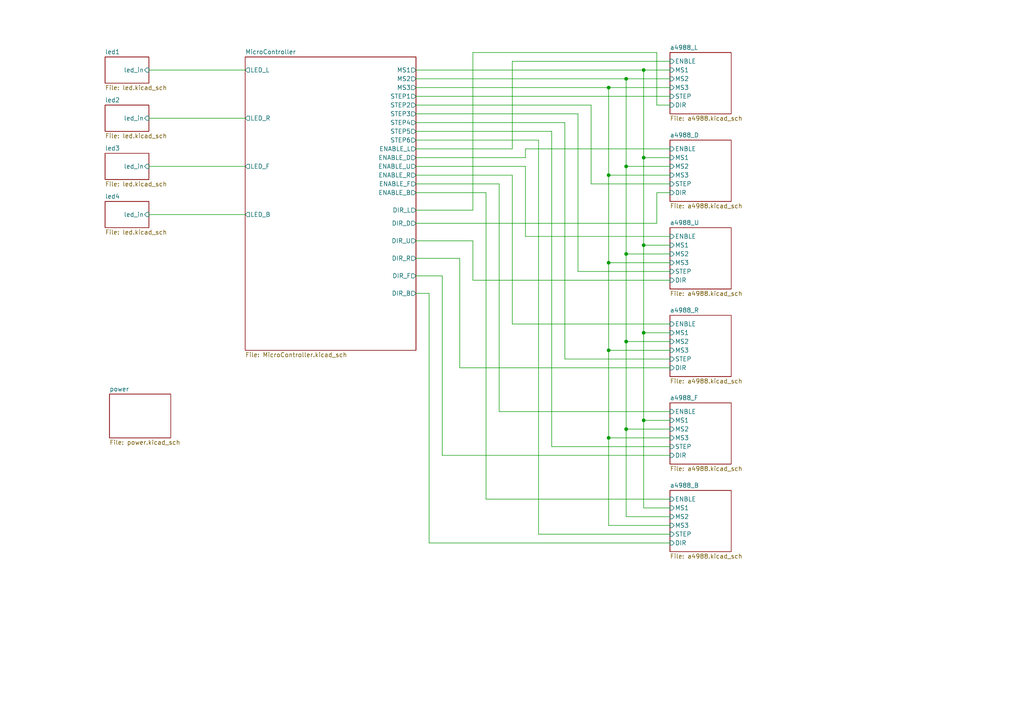
<source format=kicad_sch>
(kicad_sch (version 20211123) (generator eeschema)
  (paper "A4")
  (lib_symbols)
  (junction (at 176.53 101.6))
  (junction (at 176.53 76.2))
  (junction (at 181.61 22.86))
  (junction (at 176.53 25.4))
  (junction (at 186.69 20.32))
  (junction (at 181.61 73.66))
  (junction (at 176.53 127))
  (junction (at 176.53 50.8))
  (junction (at 186.69 71.12))
  (junction (at 181.61 99.06))
  (junction (at 186.69 121.92))
  (junction (at 186.69 45.72))
  (junction (at 181.61 124.46))
  (junction (at 186.69 96.52))
  (junction (at 181.61 48.26))
  (wire (pts (xy 156.21 40.64) (xy 156.21 154.94)))
  (wire (pts (xy 181.61 48.26) (xy 181.61 22.86)))
  (wire (pts (xy 194.31 22.86) (xy 181.61 22.86)))
  (wire (pts (xy 176.53 50.8) (xy 176.53 25.4)))
  (wire (pts (xy 120.65 20.32) (xy 186.69 20.32)))
  (wire (pts (xy 148.59 93.98) (xy 194.31 93.98)))
  (wire (pts (xy 186.69 45.72) (xy 186.69 20.32)))
  (wire (pts (xy 194.31 124.46) (xy 181.61 124.46)))
  (wire (pts (xy 167.64 78.74) (xy 194.31 78.74)))
  (wire (pts (xy 186.69 20.32) (xy 194.31 20.32)))
  (wire (pts (xy 194.31 45.72) (xy 186.69 45.72)))
  (wire (pts (xy 160.02 38.1) (xy 160.02 129.54)))
  (wire (pts (xy 133.35 74.93) (xy 133.35 106.68)))
  (wire (pts (xy 194.31 50.8) (xy 176.53 50.8)))
  (wire (pts (xy 194.31 121.92) (xy 186.69 121.92)))
  (wire (pts (xy 181.61 73.66) (xy 181.61 99.06)))
  (wire (pts (xy 120.65 25.4) (xy 176.53 25.4)))
  (wire (pts (xy 43.18 20.32) (xy 71.12 20.32)))
  (wire (pts (xy 194.31 149.86) (xy 181.61 149.86)))
  (wire (pts (xy 171.45 53.34) (xy 194.31 53.34)))
  (wire (pts (xy 120.65 60.96) (xy 137.16 60.96)))
  (wire (pts (xy 140.97 55.88) (xy 140.97 144.78)))
  (wire (pts (xy 181.61 73.66) (xy 181.61 48.26)))
  (wire (pts (xy 194.31 76.2) (xy 176.53 76.2)))
  (wire (pts (xy 186.69 96.52) (xy 186.69 71.12)))
  (wire (pts (xy 194.31 48.26) (xy 181.61 48.26)))
  (wire (pts (xy 176.53 101.6) (xy 176.53 76.2)))
  (wire (pts (xy 181.61 99.06) (xy 194.31 99.06)))
  (wire (pts (xy 120.65 80.01) (xy 128.27 80.01)))
  (wire (pts (xy 190.5 55.88) (xy 190.5 64.77)))
  (wire (pts (xy 163.83 35.56) (xy 163.83 104.14)))
  (wire (pts (xy 120.65 48.26) (xy 152.4 48.26)))
  (wire (pts (xy 43.18 48.26) (xy 71.12 48.26)))
  (wire (pts (xy 152.4 45.72) (xy 152.4 43.18)))
  (wire (pts (xy 120.65 64.77) (xy 190.5 64.77)))
  (wire (pts (xy 43.18 34.29) (xy 71.12 34.29)))
  (wire (pts (xy 148.59 17.78) (xy 194.31 17.78)))
  (wire (pts (xy 148.59 50.8) (xy 148.59 93.98)))
  (wire (pts (xy 128.27 132.08) (xy 194.31 132.08)))
  (wire (pts (xy 144.78 119.38) (xy 194.31 119.38)))
  (wire (pts (xy 152.4 43.18) (xy 194.31 43.18)))
  (wire (pts (xy 176.53 127) (xy 176.53 101.6)))
  (wire (pts (xy 137.16 69.85) (xy 137.16 81.28)))
  (wire (pts (xy 144.78 53.34) (xy 144.78 119.38)))
  (wire (pts (xy 120.65 38.1) (xy 160.02 38.1)))
  (wire (pts (xy 133.35 106.68) (xy 194.31 106.68)))
  (wire (pts (xy 190.5 30.48) (xy 190.5 15.24)))
  (wire (pts (xy 176.53 76.2) (xy 176.53 50.8)))
  (wire (pts (xy 176.53 25.4) (xy 194.31 25.4)))
  (wire (pts (xy 43.18 62.23) (xy 71.12 62.23)))
  (wire (pts (xy 124.46 157.48) (xy 194.31 157.48)))
  (wire (pts (xy 120.65 69.85) (xy 137.16 69.85)))
  (wire (pts (xy 194.31 30.48) (xy 190.5 30.48)))
  (wire (pts (xy 194.31 152.4) (xy 176.53 152.4)))
  (wire (pts (xy 156.21 154.94) (xy 194.31 154.94)))
  (wire (pts (xy 186.69 71.12) (xy 186.69 45.72)))
  (wire (pts (xy 120.65 22.86) (xy 181.61 22.86)))
  (wire (pts (xy 186.69 121.92) (xy 186.69 96.52)))
  (wire (pts (xy 194.31 55.88) (xy 190.5 55.88)))
  (wire (pts (xy 148.59 43.18) (xy 148.59 17.78)))
  (wire (pts (xy 137.16 15.24) (xy 137.16 60.96)))
  (wire (pts (xy 120.65 85.09) (xy 124.46 85.09)))
  (wire (pts (xy 120.65 40.64) (xy 156.21 40.64)))
  (wire (pts (xy 120.65 33.02) (xy 167.64 33.02)))
  (wire (pts (xy 128.27 80.01) (xy 128.27 132.08)))
  (wire (pts (xy 140.97 144.78) (xy 194.31 144.78)))
  (wire (pts (xy 167.64 33.02) (xy 167.64 78.74)))
  (wire (pts (xy 120.65 27.94) (xy 194.31 27.94)))
  (wire (pts (xy 176.53 127) (xy 194.31 127)))
  (wire (pts (xy 120.65 74.93) (xy 133.35 74.93)))
  (wire (pts (xy 171.45 30.48) (xy 171.45 53.34)))
  (wire (pts (xy 194.31 73.66) (xy 181.61 73.66)))
  (wire (pts (xy 120.65 50.8) (xy 148.59 50.8)))
  (wire (pts (xy 190.5 15.24) (xy 137.16 15.24)))
  (wire (pts (xy 152.4 68.58) (xy 194.31 68.58)))
  (wire (pts (xy 124.46 85.09) (xy 124.46 157.48)))
  (wire (pts (xy 120.65 43.18) (xy 148.59 43.18)))
  (wire (pts (xy 181.61 149.86) (xy 181.61 124.46)))
  (wire (pts (xy 194.31 71.12) (xy 186.69 71.12)))
  (wire (pts (xy 181.61 124.46) (xy 181.61 99.06)))
  (wire (pts (xy 120.65 55.88) (xy 140.97 55.88)))
  (wire (pts (xy 152.4 48.26) (xy 152.4 68.58)))
  (wire (pts (xy 186.69 147.32) (xy 186.69 121.92)))
  (wire (pts (xy 120.65 30.48) (xy 171.45 30.48)))
  (wire (pts (xy 163.83 104.14) (xy 194.31 104.14)))
  (wire (pts (xy 176.53 152.4) (xy 176.53 127)))
  (wire (pts (xy 120.65 45.72) (xy 152.4 45.72)))
  (wire (pts (xy 137.16 81.28) (xy 194.31 81.28)))
  (wire (pts (xy 194.31 147.32) (xy 186.69 147.32)))
  (wire (pts (xy 160.02 129.54) (xy 194.31 129.54)))
  (wire (pts (xy 194.31 96.52) (xy 186.69 96.52)))
  (wire (pts (xy 194.31 101.6) (xy 176.53 101.6)))
  (wire (pts (xy 120.65 53.34) (xy 144.78 53.34)))
  (wire (pts (xy 120.65 35.56) (xy 163.83 35.56)))
  (sheet (at 194.31 66.04) (size 17.78 17.78) (stroke (width 0.1524))
    (property "Sheet name" "a4988_U" (at 194.31 65.3284 0) (effects (justify left bottom)))
    (property "Sheet file" "a4988.kicad_sch" (at 194.31 84.4046 0) (effects (justify left top)))
    (pin "ENBLE" input (at 194.31 68.58 180))
    (pin "MS1" input (at 194.31 71.12 180))
    (pin "MS2" input (at 194.31 73.66 180))
    (pin "MS3" input (at 194.31 76.2 180))
    (pin "STEP" input (at 194.31 78.74 180))
    (pin "DIR" input (at 194.31 81.28 180))
  )
  (sheet (at 194.31 142.24) (size 17.78 17.78) (stroke (width 0.1524))
    (property "Sheet name" "a4988_B" (at 194.31 141.5284 0) (effects (justify left bottom)))
    (property "Sheet file" "a4988.kicad_sch" (at 194.31 160.6046 0) (effects (justify left top)))
    (pin "ENBLE" input (at 194.31 144.78 180))
    (pin "MS1" input (at 194.31 147.32 180))
    (pin "MS2" input (at 194.31 149.86 180))
    (pin "MS3" input (at 194.31 152.4 180))
    (pin "STEP" input (at 194.31 154.94 180))
    (pin "DIR" input (at 194.31 157.48 180))
  )
  (sheet (at 194.31 15.24) (size 17.78 17.78) (stroke (width 0.1524))
    (property "Sheet name" "a4988_L" (at 194.31 14.5284 0) (effects (justify left bottom)))
    (property "Sheet file" "a4988.kicad_sch" (at 194.31 33.6046 0) (effects (justify left top)))
    (pin "ENBLE" input (at 194.31 17.78 180))
    (pin "MS1" input (at 194.31 20.32 180))
    (pin "MS2" input (at 194.31 22.86 180))
    (pin "MS3" input (at 194.31 25.4 180))
    (pin "STEP" input (at 194.31 27.94 180))
    (pin "DIR" input (at 194.31 30.48 180))
  )
  (sheet (at 194.31 91.44) (size 17.78 17.78) (stroke (width 0.1524))
    (property "Sheet name" "a4988_R" (at 194.31 90.7284 0) (effects (justify left bottom)))
    (property "Sheet file" "a4988.kicad_sch" (at 194.31 109.8046 0) (effects (justify left top)))
    (pin "ENBLE" input (at 194.31 93.98 180))
    (pin "MS1" input (at 194.31 96.52 180))
    (pin "MS2" input (at 194.31 99.06 180))
    (pin "MS3" input (at 194.31 101.6 180))
    (pin "STEP" input (at 194.31 104.14 180))
    (pin "DIR" input (at 194.31 106.68 180))
  )
  (sheet (at 30.48 30.48) (size 12.7 7.62) (stroke (width 0.1524))
    (property "Sheet name" "led2" (at 30.48 29.7684 0) (effects (justify left bottom)))
    (property "Sheet file" "led.kicad_sch" (at 30.48 38.6846 0) (effects (justify left top)))
    (pin "led_in" input (at 43.18 34.29 0))
  )
  (sheet (at 71.12 16.51) (size 49.53 85.09) (stroke (width 0.1524))
    (property "Sheet name" "MicroController" (at 71.12 15.7984 0) (effects (justify left bottom)))
    (property "Sheet file" "MicroController.kicad_sch" (at 71.12 102.1846 0) (effects (justify left top)))
    (pin "MS1" output (at 120.65 20.32 0))
    (pin "MS2" output (at 120.65 22.86 0))
    (pin "MS3" output (at 120.65 25.4 0))
    (pin "STEP1" output (at 120.65 27.94 0))
    (pin "STEP6" output (at 120.65 40.64 0))
    (pin "STEP2" output (at 120.65 30.48 0))
    (pin "STEP3" output (at 120.65 33.02 0))
    (pin "STEP4" output (at 120.65 35.56 0))
    (pin "STEP5" output (at 120.65 38.1 0))
    (pin "ENABLE_L" output (at 120.65 43.18 0))
    (pin "ENABLE_R" output (at 120.65 50.8 0))
    (pin "ENABLE_U" output (at 120.65 48.26 0))
    (pin "ENABLE_D" output (at 120.65 45.72 0))
    (pin "DIR_L" output (at 120.65 60.96 0))
    (pin "ENABLE_B" output (at 120.65 55.88 0))
    (pin "ENABLE_F" output (at 120.65 53.34 0))
    (pin "DIR_D" output (at 120.65 64.77 0))
    (pin "DIR_U" output (at 120.65 69.85 0))
    (pin "DIR_R" output (at 120.65 74.93 0))
    (pin "LED_B" output (at 71.12 62.23 180))
    (pin "DIR_F" output (at 120.65 80.01 0))
    (pin "DIR_B" output (at 120.65 85.09 0))
    (pin "LED_R" output (at 71.12 34.29 180))
    (pin "LED_L" output (at 71.12 20.32 180))
    (pin "LED_F" output (at 71.12 48.26 180))
  )
  (sheet (at 194.31 116.84) (size 17.78 17.78) (stroke (width 0.1524))
    (property "Sheet name" "a4988_F" (at 194.31 116.1284 0) (effects (justify left bottom)))
    (property "Sheet file" "a4988.kicad_sch" (at 194.31 135.2046 0) (effects (justify left top)))
    (pin "ENBLE" input (at 194.31 119.38 180))
    (pin "MS1" input (at 194.31 121.92 180))
    (pin "MS2" input (at 194.31 124.46 180))
    (pin "MS3" input (at 194.31 127 180))
    (pin "STEP" input (at 194.31 129.54 180))
    (pin "DIR" input (at 194.31 132.08 180))
  )
  (sheet (at 30.48 44.45) (size 12.7 7.62) (stroke (width 0.1524))
    (property "Sheet name" "led3" (at 30.48 43.7384 0) (effects (justify left bottom)))
    (property "Sheet file" "led.kicad_sch" (at 30.48 52.6546 0) (effects (justify left top)))
    (pin "led_in" input (at 43.18 48.26 0))
  )
  (sheet (at 30.48 58.42) (size 12.7 7.62) (stroke (width 0.1524))
    (property "Sheet name" "led4" (at 30.48 57.7084 0) (effects (justify left bottom)))
    (property "Sheet file" "led.kicad_sch" (at 30.48 66.6246 0) (effects (justify left top)))
    (pin "led_in" input (at 43.18 62.23 0))
  )
  (sheet (at 194.31 40.64) (size 17.78 17.78) (stroke (width 0.1524))
    (property "Sheet name" "a4988_D" (at 194.31 39.9284 0) (effects (justify left bottom)))
    (property "Sheet file" "a4988.kicad_sch" (at 194.31 59.0046 0) (effects (justify left top)))
    (pin "ENBLE" input (at 194.31 43.18 180))
    (pin "MS1" input (at 194.31 45.72 180))
    (pin "MS2" input (at 194.31 48.26 180))
    (pin "MS3" input (at 194.31 50.8 180))
    (pin "STEP" input (at 194.31 53.34 180))
    (pin "DIR" input (at 194.31 55.88 180))
  )
  (sheet (at 30.48 16.51) (size 12.7 7.62) (stroke (width 0.1524))
    (property "Sheet name" "led1" (at 30.48 15.7984 0) (effects (justify left bottom)))
    (property "Sheet file" "led.kicad_sch" (at 30.48 24.7146 0) (effects (justify left top)))
    (pin "led_in" input (at 43.18 20.32 0))
  )
  (sheet (at 31.75 114.3) (size 17.78 12.7) (stroke (width 0.1524))
    (property "Sheet name" "power" (at 31.75 113.5884 0) (effects (justify left bottom)))
    (property "Sheet file" "power.kicad_sch" (at 31.75 127.5846 0) (effects (justify left top)))
  )
)
</source>
